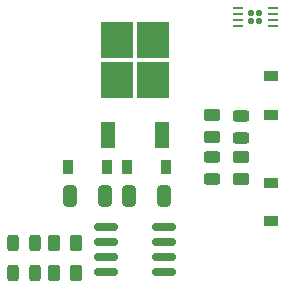
<source format=gbr>
%TF.GenerationSoftware,KiCad,Pcbnew,(6.99.0-228-g2fdbc41b8f)*%
%TF.CreationDate,2022-01-21T20:17:30+01:00*%
%TF.ProjectId,mob,6d6f622e-6b69-4636-9164-5f7063625858,rev?*%
%TF.SameCoordinates,Original*%
%TF.FileFunction,Paste,Top*%
%TF.FilePolarity,Positive*%
%FSLAX46Y46*%
G04 Gerber Fmt 4.6, Leading zero omitted, Abs format (unit mm)*
G04 Created by KiCad (PCBNEW (6.99.0-228-g2fdbc41b8f)) date 2022-01-21 20:17:30*
%MOMM*%
%LPD*%
G01*
G04 APERTURE LIST*
G04 Aperture macros list*
%AMRoundRect*
0 Rectangle with rounded corners*
0 $1 Rounding radius*
0 $2 $3 $4 $5 $6 $7 $8 $9 X,Y pos of 4 corners*
0 Add a 4 corners polygon primitive as box body*
4,1,4,$2,$3,$4,$5,$6,$7,$8,$9,$2,$3,0*
0 Add four circle primitives for the rounded corners*
1,1,$1+$1,$2,$3*
1,1,$1+$1,$4,$5*
1,1,$1+$1,$6,$7*
1,1,$1+$1,$8,$9*
0 Add four rect primitives between the rounded corners*
20,1,$1+$1,$2,$3,$4,$5,0*
20,1,$1+$1,$4,$5,$6,$7,0*
20,1,$1+$1,$6,$7,$8,$9,0*
20,1,$1+$1,$8,$9,$2,$3,0*%
G04 Aperture macros list end*
%ADD10R,1.200000X2.200000*%
%ADD11R,2.750000X3.050000*%
%ADD12R,1.200000X0.900000*%
%ADD13RoundRect,0.243750X0.456250X-0.243750X0.456250X0.243750X-0.456250X0.243750X-0.456250X-0.243750X0*%
%ADD14RoundRect,0.243750X-0.456250X0.243750X-0.456250X-0.243750X0.456250X-0.243750X0.456250X0.243750X0*%
%ADD15RoundRect,0.243750X-0.243750X-0.456250X0.243750X-0.456250X0.243750X0.456250X-0.243750X0.456250X0*%
%ADD16R,0.900000X1.200000*%
%ADD17RoundRect,0.250000X-0.325000X-0.650000X0.325000X-0.650000X0.325000X0.650000X-0.325000X0.650000X0*%
%ADD18RoundRect,0.250000X-0.262500X-0.450000X0.262500X-0.450000X0.262500X0.450000X-0.262500X0.450000X0*%
%ADD19RoundRect,0.130000X-0.130000X-0.150000X0.130000X-0.150000X0.130000X0.150000X-0.130000X0.150000X0*%
%ADD20RoundRect,0.062500X-0.325000X-0.062500X0.325000X-0.062500X0.325000X0.062500X-0.325000X0.062500X0*%
%ADD21RoundRect,0.250000X0.450000X-0.262500X0.450000X0.262500X-0.450000X0.262500X-0.450000X-0.262500X0*%
%ADD22RoundRect,0.250000X-0.450000X0.262500X-0.450000X-0.262500X0.450000X-0.262500X0.450000X0.262500X0*%
%ADD23RoundRect,0.150000X0.825000X0.150000X-0.825000X0.150000X-0.825000X-0.150000X0.825000X-0.150000X0*%
%ADD24RoundRect,0.250000X0.325000X0.650000X-0.325000X0.650000X-0.325000X-0.650000X0.325000X-0.650000X0*%
G04 APERTURE END LIST*
D10*
%TO.C,U3*%
X164720000Y-56800000D03*
X169280000Y-56800000D03*
D11*
X168525000Y-48825000D03*
X165475000Y-52175000D03*
X165475000Y-48825000D03*
X168525000Y-52175000D03*
%TD*%
D12*
%TO.C,D8*%
X178500000Y-55150000D03*
X178500000Y-51850000D03*
%TD*%
D13*
%TO.C,D7*%
X173500000Y-60550000D03*
X173500000Y-58675000D03*
%TD*%
D14*
%TO.C,D6*%
X176000000Y-55202500D03*
X176000000Y-57077500D03*
%TD*%
D15*
%TO.C,D5*%
X156625000Y-68500000D03*
X158500000Y-68500000D03*
%TD*%
%TO.C,D4*%
X156625000Y-66000000D03*
X158500000Y-66000000D03*
%TD*%
D12*
%TO.C,D2*%
X178500000Y-64150000D03*
X178500000Y-60850000D03*
%TD*%
D16*
%TO.C,D3*%
X169650000Y-59500000D03*
X166350000Y-59500000D03*
%TD*%
%TO.C,D1*%
X161350000Y-59500000D03*
X164650000Y-59500000D03*
%TD*%
D17*
%TO.C,C2*%
X166525000Y-62000000D03*
X169475000Y-62000000D03*
%TD*%
D18*
%TO.C,R3*%
X160150000Y-66000000D03*
X161975000Y-66000000D03*
%TD*%
D19*
%TO.C,U2*%
X176850000Y-46500000D03*
X176850000Y-47200000D03*
X177500000Y-46500000D03*
X177500000Y-47200000D03*
D20*
X175712500Y-46100000D03*
X175712500Y-46600000D03*
X175712500Y-47100000D03*
X175712500Y-47600000D03*
X178637500Y-47600000D03*
X178637500Y-47100000D03*
X178637500Y-46600000D03*
X178637500Y-46100000D03*
%TD*%
D21*
%TO.C,R6*%
X173500000Y-57000000D03*
X173500000Y-55175000D03*
%TD*%
D22*
%TO.C,R5*%
X176000000Y-58727500D03*
X176000000Y-60552500D03*
%TD*%
D18*
%TO.C,R4*%
X160150000Y-68500000D03*
X161975000Y-68500000D03*
%TD*%
D23*
%TO.C,U1*%
X169475000Y-68405000D03*
X169475000Y-67135000D03*
X169475000Y-65865000D03*
X169475000Y-64595000D03*
X164525000Y-64595000D03*
X164525000Y-65865000D03*
X164525000Y-67135000D03*
X164525000Y-68405000D03*
%TD*%
D24*
%TO.C,C1*%
X164475000Y-62000000D03*
X161525000Y-62000000D03*
%TD*%
M02*

</source>
